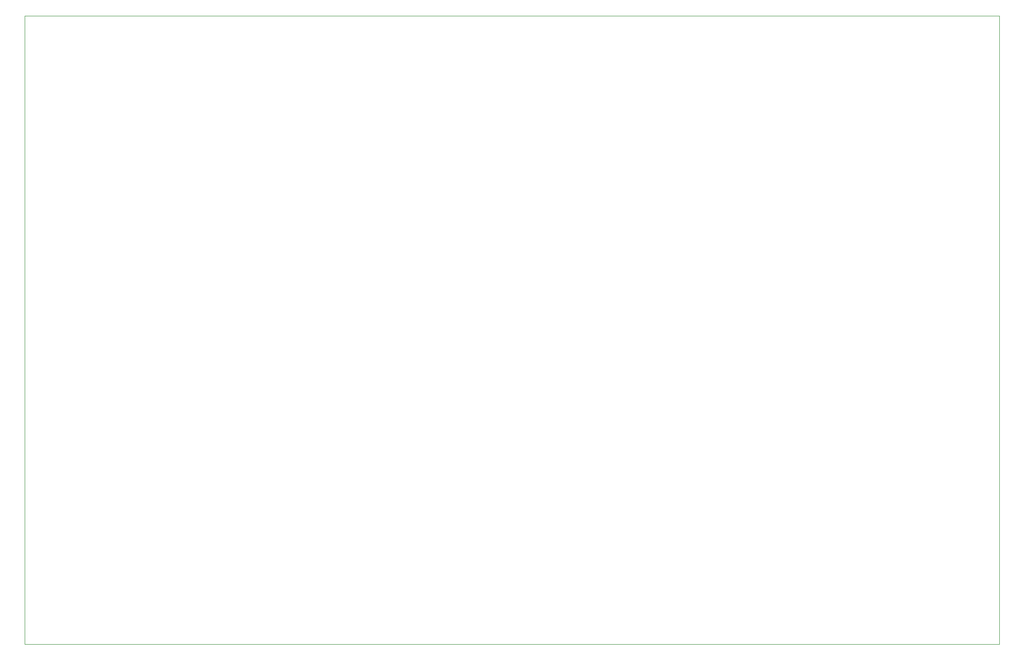
<source format=gm1>
G04 #@! TF.GenerationSoftware,KiCad,Pcbnew,(5.1.5)-3*
G04 #@! TF.CreationDate,2021-01-31T16:43:36+01:00*
G04 #@! TF.ProjectId,8-Bit CPU 32k,382d4269-7420-4435-9055-2033326b2e6b,rev?*
G04 #@! TF.SameCoordinates,Original*
G04 #@! TF.FileFunction,Profile,NP*
%FSLAX46Y46*%
G04 Gerber Fmt 4.6, Leading zero omitted, Abs format (unit mm)*
G04 Created by KiCad (PCBNEW (5.1.5)-3) date 2021-01-31 16:43:36*
%MOMM*%
%LPD*%
G04 APERTURE LIST*
%ADD10C,0.050000*%
G04 APERTURE END LIST*
D10*
X217805000Y-41910000D02*
X217805000Y-156210000D01*
X40640000Y-41910000D02*
X217805000Y-41910000D01*
X40640000Y-156210000D02*
X40640000Y-41910000D01*
X217805000Y-156210000D02*
X40640000Y-156210000D01*
M02*

</source>
